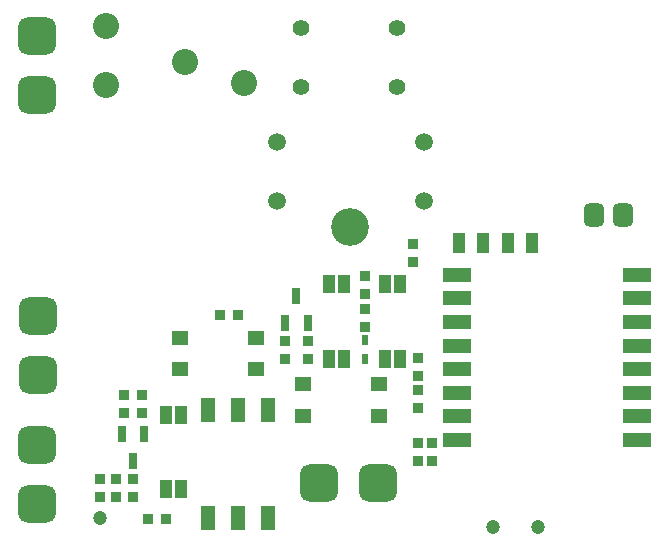
<source format=gts>
G04*
G04 #@! TF.GenerationSoftware,Altium Limited,Altium Designer,19.0.14 (431)*
G04*
G04 Layer_Color=8388736*
%FSLAX25Y25*%
%MOIN*%
G70*
G01*
G75*
%ADD33R,0.03800X0.03800*%
%ADD34R,0.03950X0.06800*%
%ADD35R,0.03800X0.03800*%
%ADD36R,0.09658X0.04737*%
%ADD37R,0.03162X0.05328*%
%ADD38R,0.04737X0.08280*%
%ADD39R,0.05524X0.04737*%
%ADD40R,0.03950X0.06312*%
%ADD41C,0.04737*%
%ADD42R,0.02375X0.03556*%
%ADD43C,0.12611*%
G04:AMPARAMS|DCode=44|XSize=126.11mil|YSize=126.11mil|CornerRadius=33.53mil|HoleSize=0mil|Usage=FLASHONLY|Rotation=0.000|XOffset=0mil|YOffset=0mil|HoleType=Round|Shape=RoundedRectangle|*
%AMROUNDEDRECTD44*
21,1,0.12611,0.05906,0,0,0.0*
21,1,0.05906,0.12611,0,0,0.0*
1,1,0.06706,0.02953,-0.02953*
1,1,0.06706,-0.02953,-0.02953*
1,1,0.06706,-0.02953,0.02953*
1,1,0.06706,0.02953,0.02953*
%
%ADD44ROUNDEDRECTD44*%
%ADD45C,0.05918*%
%ADD46C,0.05524*%
%ADD47C,0.08674*%
G04:AMPARAMS|DCode=48|XSize=126.11mil|YSize=126.11mil|CornerRadius=33.53mil|HoleSize=0mil|Usage=FLASHONLY|Rotation=270.000|XOffset=0mil|YOffset=0mil|HoleType=Round|Shape=RoundedRectangle|*
%AMROUNDEDRECTD48*
21,1,0.12611,0.05906,0,0,270.0*
21,1,0.05906,0.12611,0,0,270.0*
1,1,0.06706,-0.02953,-0.02953*
1,1,0.06706,-0.02953,0.02953*
1,1,0.06706,0.02953,0.02953*
1,1,0.06706,0.02953,-0.02953*
%
%ADD48ROUNDEDRECTD48*%
G04:AMPARAMS|DCode=49|XSize=67.06mil|YSize=78.87mil|CornerRadius=18.76mil|HoleSize=0mil|Usage=FLASHONLY|Rotation=0.000|XOffset=0mil|YOffset=0mil|HoleType=Round|Shape=RoundedRectangle|*
%AMROUNDEDRECTD49*
21,1,0.06706,0.04134,0,0,0.0*
21,1,0.02953,0.07887,0,0,0.0*
1,1,0.03753,0.01476,-0.02067*
1,1,0.03753,-0.01476,-0.02067*
1,1,0.03753,-0.01476,0.02067*
1,1,0.03753,0.01476,0.02067*
%
%ADD49ROUNDEDRECTD49*%
D33*
X143900Y92452D02*
D03*
Y98452D02*
D03*
X47500Y48000D02*
D03*
X53500D02*
D03*
X108740Y66048D02*
D03*
Y60048D02*
D03*
X101260Y59952D02*
D03*
Y65952D02*
D03*
X128000Y70500D02*
D03*
Y76500D02*
D03*
Y87548D02*
D03*
Y81548D02*
D03*
X145500Y54452D02*
D03*
Y60452D02*
D03*
Y43752D02*
D03*
Y49752D02*
D03*
X150400Y26052D02*
D03*
Y32052D02*
D03*
X145500Y32048D02*
D03*
Y26048D02*
D03*
X50500Y20048D02*
D03*
Y14048D02*
D03*
D34*
X159099Y98500D02*
D03*
X167099D02*
D03*
X183501Y98500D02*
D03*
X175501D02*
D03*
D35*
X85448Y74600D02*
D03*
X79448D02*
D03*
X47452Y42000D02*
D03*
X53452D02*
D03*
X45000Y20000D02*
D03*
Y14000D02*
D03*
X39500D02*
D03*
Y20000D02*
D03*
X61548Y6500D02*
D03*
X55548D02*
D03*
D36*
X158480Y88059D02*
D03*
Y80185D02*
D03*
Y72311D02*
D03*
Y64437D02*
D03*
Y56563D02*
D03*
Y48689D02*
D03*
Y40815D02*
D03*
Y32941D02*
D03*
X218520D02*
D03*
Y40815D02*
D03*
Y48689D02*
D03*
Y56563D02*
D03*
Y64437D02*
D03*
Y72311D02*
D03*
Y80185D02*
D03*
Y88059D02*
D03*
D37*
X54240Y34929D02*
D03*
X46760D02*
D03*
X50500Y26071D02*
D03*
X101260Y72071D02*
D03*
X108740D02*
D03*
X105000Y80929D02*
D03*
D38*
X95500Y42992D02*
D03*
X85500D02*
D03*
Y7008D02*
D03*
X75500D02*
D03*
X95500D02*
D03*
X75500Y42992D02*
D03*
D39*
X132500Y41000D02*
D03*
Y51512D02*
D03*
X107303Y41000D02*
D03*
Y51512D02*
D03*
X66303Y67000D02*
D03*
Y56488D02*
D03*
X91500Y67000D02*
D03*
Y56488D02*
D03*
D40*
X66500Y41402D02*
D03*
X61500D02*
D03*
X66500Y16598D02*
D03*
X61500D02*
D03*
X116000Y60098D02*
D03*
X121000D02*
D03*
X116000Y84902D02*
D03*
X121000D02*
D03*
X139500D02*
D03*
X134500D02*
D03*
X139500Y60098D02*
D03*
X134500D02*
D03*
D41*
X39500Y7000D02*
D03*
X185500Y4000D02*
D03*
X170500D02*
D03*
D42*
X128000Y59966D02*
D03*
Y66265D02*
D03*
D43*
X123000Y104100D02*
D03*
D44*
X132185Y18500D02*
D03*
X112500D02*
D03*
D45*
X147500Y112657D02*
D03*
Y132343D02*
D03*
X98500Y112657D02*
D03*
Y132343D02*
D03*
D46*
X138433Y170311D02*
D03*
Y150626D02*
D03*
X106500Y170311D02*
D03*
Y150626D02*
D03*
D47*
X68000Y159000D02*
D03*
X87685Y151913D02*
D03*
X41500Y170933D02*
D03*
Y151248D02*
D03*
D48*
X18500Y147815D02*
D03*
Y167500D02*
D03*
Y11500D02*
D03*
Y31185D02*
D03*
X19000Y54500D02*
D03*
Y74185D02*
D03*
D49*
X204079Y108000D02*
D03*
X213921D02*
D03*
M02*

</source>
